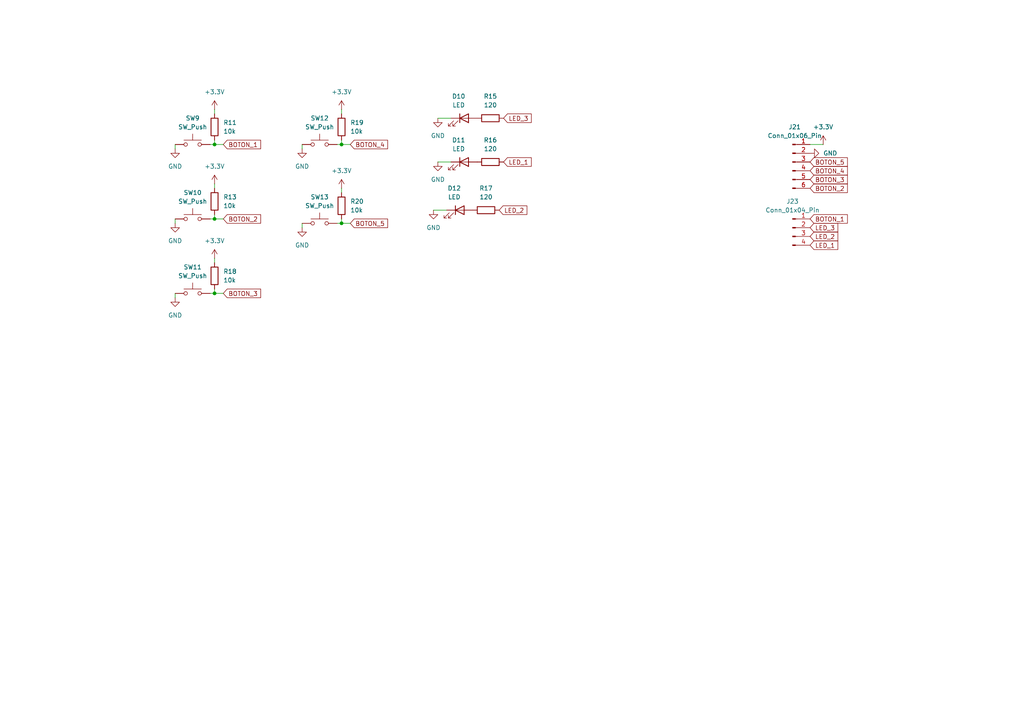
<source format=kicad_sch>
(kicad_sch (version 20250114) (generator "eeschema") (generator_version "9.0")
  (paper "A4")
  (lib_symbols
    (symbol "Connector:Conn_01x04_Pin" (pin_names (offset 1.016) (hide yes))
      (property "Reference" "J" (at 0 5.08 0))
      (property "Value" "Conn_01x04_Pin" (at 0 -7.62 0))
      (symbol "Conn_01x04_Pin_1_1"
        (rectangle (start 0.8636 2.667) (end 0 2.413) (stroke (width 0.1524)) (fill (type outline)))
        (rectangle (start 0.8636 0.127) (end 0 -0.127) (stroke (width 0.1524)) (fill (type outline)))
        (rectangle (start 0.8636 -2.413) (end 0 -2.667) (stroke (width 0.1524)) (fill (type outline)))
        (rectangle (start 0.8636 -4.953) (end 0 -5.207) (stroke (width 0.1524)) (fill (type outline)))
        (polyline (pts (xy 1.27 2.54) (xy 0.8636 2.54)) (stroke (width 0.1524)))
        (polyline (pts (xy 1.27 0) (xy 0.8636 0)) (stroke (width 0.1524)))
        (polyline (pts (xy 1.27 -2.54) (xy 0.8636 -2.54)) (stroke (width 0.1524)))
        (polyline (pts (xy 1.27 -5.08) (xy 0.8636 -5.08)) (stroke (width 0.1524)))
        (pin passive line (at 5.08 2.54 180) (length 3.81) (name "Pin_1") (number "1"))
        (pin passive line (at 5.08 0 180) (length 3.81) (name "Pin_2") (number "2"))
        (pin passive line (at 5.08 -2.54 180) (length 3.81) (name "Pin_3") (number "3"))
        (pin passive line (at 5.08 -5.08 180) (length 3.81) (name "Pin_4") (number "4"))
      )
    )
    (symbol "Connector:Conn_01x06_Pin" (pin_names (offset 1.016) (hide yes))
      (property "Reference" "J" (at 0 7.62 0))
      (property "Value" "Conn_01x06_Pin" (at 0 -10.16 0))
      (symbol "Conn_01x06_Pin_1_1"
        (rectangle (start 0.8636 5.207) (end 0 4.953) (stroke (width 0.1524)) (fill (type outline)))
        (rectangle (start 0.8636 2.667) (end 0 2.413) (stroke (width 0.1524)) (fill (type outline)))
        (rectangle (start 0.8636 0.127) (end 0 -0.127) (stroke (width 0.1524)) (fill (type outline)))
        (rectangle (start 0.8636 -2.413) (end 0 -2.667) (stroke (width 0.1524)) (fill (type outline)))
        (rectangle (start 0.8636 -4.953) (end 0 -5.207) (stroke (width 0.1524)) (fill (type outline)))
        (rectangle (start 0.8636 -7.493) (end 0 -7.747) (stroke (width 0.1524)) (fill (type outline)))
        (polyline (pts (xy 1.27 5.08) (xy 0.8636 5.08)) (stroke (width 0.1524)))
        (polyline (pts (xy 1.27 2.54) (xy 0.8636 2.54)) (stroke (width 0.1524)))
        (polyline (pts (xy 1.27 0) (xy 0.8636 0)) (stroke (width 0.1524)))
        (polyline (pts (xy 1.27 -2.54) (xy 0.8636 -2.54)) (stroke (width 0.1524)))
        (polyline (pts (xy 1.27 -5.08) (xy 0.8636 -5.08)) (stroke (width 0.1524)))
        (polyline (pts (xy 1.27 -7.62) (xy 0.8636 -7.62)) (stroke (width 0.1524)))
        (pin passive line (at 5.08 5.08 180) (length 3.81) (name "Pin_1") (number "1"))
        (pin passive line (at 5.08 2.54 180) (length 3.81) (name "Pin_2") (number "2"))
        (pin passive line (at 5.08 0 180) (length 3.81) (name "Pin_3") (number "3"))
        (pin passive line (at 5.08 -2.54 180) (length 3.81) (name "Pin_4") (number "4"))
        (pin passive line (at 5.08 -5.08 180) (length 3.81) (name "Pin_5") (number "5"))
        (pin passive line (at 5.08 -7.62 180) (length 3.81) (name "Pin_6") (number "6"))
      )
    )
    (symbol "Device:LED" (pin_numbers (hide yes)) (pin_names (offset 1.016) (hide yes))
      (property "Reference" "D" (at 0 2.54 0))
      (property "Value" "LED" (at 0 -2.54 0))
      (symbol "LED_0_1"
        (polyline (pts (xy -3.048 -0.762) (xy -4.572 -2.286) (xy -3.81 -2.286) (xy -4.572 -2.286) (xy -4.572 -1.524)))
        (polyline (pts (xy -1.778 -0.762) (xy -3.302 -2.286) (xy -2.54 -2.286) (xy -3.302 -2.286) (xy -3.302 -1.524)))
        (polyline (pts (xy -1.27 0) (xy 1.27 0)))
        (polyline (pts (xy -1.27 -1.27) (xy -1.27 1.27)) (stroke (width 0.254)))
        (polyline (pts (xy 1.27 -1.27) (xy 1.27 1.27) (xy -1.27 0) (xy 1.27 -1.27)) (stroke (width 0.254)))
      )
      (symbol "LED_1_1"
        (pin passive line (at -3.81 0 0) (length 2.54) (name "K") (number "1"))
        (pin passive line (at 3.81 0 180) (length 2.54) (name "A") (number "2"))
      )
    )
    (symbol "Device:R" (pin_numbers (hide yes)) (pin_names (offset 0))
      (property "Reference" "R" (at 2.032 0 90))
      (property "Value" "R" (at 0 0 90))
      (symbol "R_0_1"
        (rectangle (start -1.016 -2.54) (end 1.016 2.54) (stroke (width 0.254)))
      )
      (symbol "R_1_1"
        (pin passive line (at 0 3.81 270) (length 1.27) (name "~") (number "1"))
        (pin passive line (at 0 -3.81 90) (length 1.27) (name "~") (number "2"))
      )
    )
    (symbol "Switch:SW_Push" (pin_numbers (hide yes)) (pin_names (offset 1.016) (hide yes))
      (property "Reference" "SW" (at 1.27 2.54 0))
      (property "Value" "SW_Push" (at 0 -1.524 0))
      (symbol "SW_Push_0_1"
        (circle (center -2.032 0) (radius 0.508))
        (polyline (pts (xy 0 1.27) (xy 0 3.048)))
        (circle (center 2.032 0) (radius 0.508))
        (polyline (pts (xy 2.54 1.27) (xy -2.54 1.27)))
        (pin passive line (at -5.08 0 0) (length 2.54) (name "1") (number "1"))
        (pin passive line (at 5.08 0 180) (length 2.54) (name "2") (number "2"))
      )
    )
    (symbol "power:+3.3V" (power) (pin_numbers (hide yes)) (pin_names (offset 0) (hide yes))
      (property "Value" "+3.3V" (at 0 3.556 0))
      (symbol "+3.3V_0_1"
        (polyline (pts (xy -0.762 1.27) (xy 0 2.54)))
        (polyline (pts (xy 0 2.54) (xy 0.762 1.27)))
        (polyline (pts (xy 0 0) (xy 0 2.54)))
      )
      (symbol "+3.3V_1_1"
        (pin power_in line (at 0 0 90) (length 0) (name "~") (number "1"))
      )
    )
    (symbol "power:GND" (power) (pin_numbers (hide yes)) (pin_names (offset 0) (hide yes))
      (property "Value" "GND" (at 0 -3.81 0))
      (symbol "GND_0_1"
        (polyline (pts (xy 0 0) (xy 0 -1.27) (xy 1.27 -1.27) (xy 0 -2.54) (xy -1.27 -1.27) (xy 0 -1.27)))
      )
      (symbol "GND_1_1"
        (pin power_in line (at 0 0 270) (length 0) (name "~") (number "1"))
      )
    )
  )
  (junction (at 99.06 41.91))
  (junction (at 62.23 85.09))
  (junction (at 62.23 41.91))
  (junction (at 99.06 64.77))
  (junction (at 62.23 63.5))
  (wire (pts (xy 99.06 40.64) (xy 99.06 41.91)))
  (wire (pts (xy 50.8 86.36) (xy 50.8 85.09)))
  (wire (pts (xy 62.23 83.82) (xy 62.23 85.09)))
  (wire (pts (xy 50.8 64.77) (xy 50.8 63.5)))
  (wire (pts (xy 127 34.29) (xy 130.81 34.29)))
  (wire (pts (xy 87.63 43.18) (xy 87.63 41.91)))
  (wire (pts (xy 127 46.99) (xy 130.81 46.99)))
  (wire (pts (xy 64.77 41.91) (xy 62.23 41.91)))
  (wire (pts (xy 64.77 85.09) (xy 62.23 85.09)))
  (wire (pts (xy 101.6 64.77) (xy 99.06 64.77)))
  (wire (pts (xy 62.23 53.34) (xy 62.23 54.61)))
  (wire (pts (xy 87.63 66.04) (xy 87.63 64.77)))
  (wire (pts (xy 62.23 31.75) (xy 62.23 33.02)))
  (wire (pts (xy 62.23 74.93) (xy 62.23 76.2)))
  (wire (pts (xy 99.06 54.61) (xy 99.06 55.88)))
  (wire (pts (xy 62.23 62.23) (xy 62.23 63.5)))
  (wire (pts (xy 234.95 41.91) (xy 238.76 41.91)))
  (wire (pts (xy 60.96 41.91) (xy 62.23 41.91)))
  (wire (pts (xy 62.23 40.64) (xy 62.23 41.91)))
  (wire (pts (xy 99.06 31.75) (xy 99.06 33.02)))
  (wire (pts (xy 60.96 85.09) (xy 62.23 85.09)))
  (wire (pts (xy 97.79 41.91) (xy 99.06 41.91)))
  (wire (pts (xy 101.6 41.91) (xy 99.06 41.91)))
  (wire (pts (xy 50.8 43.18) (xy 50.8 41.91)))
  (wire (pts (xy 97.79 64.77) (xy 99.06 64.77)))
  (wire (pts (xy 60.96 63.5) (xy 62.23 63.5)))
  (wire (pts (xy 99.06 63.5) (xy 99.06 64.77)))
  (wire (pts (xy 125.73 60.96) (xy 129.54 60.96)))
  (wire (pts (xy 64.77 63.5) (xy 62.23 63.5)))
  (global_label "LED_2" (shape input) (at 144.78 60.96 0) (property "Intersheetrefs" "${INTERSHEET_REFS}" (effects (hide yes))))
  (global_label "BOTON_2" (shape input) (at 234.95 54.61 0) (property "Intersheetrefs" "${INTERSHEET_REFS}" (effects (hide yes))))
  (global_label "LED_3" (shape input) (at 146.05 34.29 0) (property "Intersheetrefs" "${INTERSHEET_REFS}" (effects (hide yes))))
  (global_label "LED_2" (shape input) (at 234.95 68.58 0) (property "Intersheetrefs" "${INTERSHEET_REFS}" (effects (hide yes))))
  (global_label "BOTON_4" (shape input) (at 101.6 41.91 0) (property "Intersheetrefs" "${INTERSHEET_REFS}" (effects (hide yes))))
  (global_label "BOTON_5" (shape input) (at 101.6 64.77 0) (property "Intersheetrefs" "${INTERSHEET_REFS}" (effects (hide yes))))
  (global_label "LED_1" (shape input) (at 234.95 71.12 0) (property "Intersheetrefs" "${INTERSHEET_REFS}" (effects (hide yes))))
  (global_label "BOTON_1" (shape input) (at 64.77 41.91 0) (property "Intersheetrefs" "${INTERSHEET_REFS}" (effects (hide yes))))
  (global_label "BOTON_3" (shape input) (at 64.77 85.09 0) (property "Intersheetrefs" "${INTERSHEET_REFS}" (effects (hide yes))))
  (global_label "LED_1" (shape input) (at 146.05 46.99 0) (property "Intersheetrefs" "${INTERSHEET_REFS}" (effects (hide yes))))
  (global_label "BOTON_3" (shape input) (at 234.95 52.07 0) (property "Intersheetrefs" "${INTERSHEET_REFS}" (effects (hide yes))))
  (global_label "BOTON_4" (shape input) (at 234.95 49.53 0) (property "Intersheetrefs" "${INTERSHEET_REFS}" (effects (hide yes))))
  (global_label "LED_3" (shape input) (at 234.95 66.04 0) (property "Intersheetrefs" "${INTERSHEET_REFS}" (effects (hide yes))))
  (global_label "BOTON_2" (shape input) (at 64.77 63.5 0) (property "Intersheetrefs" "${INTERSHEET_REFS}" (effects (hide yes))))
  (global_label "BOTON_5" (shape input) (at 234.95 46.99 0) (property "Intersheetrefs" "${INTERSHEET_REFS}" (effects (hide yes))))
  (global_label "BOTON_1" (shape input) (at 234.95 63.5 0) (property "Intersheetrefs" "${INTERSHEET_REFS}" (effects (hide yes))))
  (symbol (lib_id "power:GND") (at 87.63 43.18 0) (unit 1)
    (property "Reference" "#PWR08" (effects (hide yes)))
    (property "Value" "GND" (at 87.63 48.26 0))
    (property "Description" "Power symbol creates a global label with name \"GND\" , ground" (effects (hide yes)))
  )
  (symbol (lib_id "Switch:SW_Push") (at 92.71 64.77 0) (unit 1)
    (property "Reference" "SW13" (at 92.71 57.15 0))
    (property "Value" "SW_Push" (at 92.71 59.69 0))
    (property "Footprint" "Button_Switch_THT:SW_PUSH_6mm" (effects (hide yes)))
    (property "Description" "Push button switch, generic, two pins" (effects (hide yes)))
  )
  (symbol (lib_id "power:+3.3V") (at 62.23 74.93 0) (unit 1)
    (property "Reference" "#PWR042" (effects (hide yes)))
    (property "Value" "+3.3V" (at 62.23 69.85 0))
    (property "Description" "Power symbol creates a global label with name \"+3.3V\"" (effects (hide yes)))
  )
  (symbol (lib_id "power:GND") (at 87.63 66.04 0) (unit 1)
    (property "Reference" "#PWR034" (effects (hide yes)))
    (property "Value" "GND" (at 87.63 71.12 0))
    (property "Description" "Power symbol creates a global label with name \"GND\" , ground" (effects (hide yes)))
  )
  (symbol (lib_id "Device:LED") (at 133.35 60.96 0) (unit 1)
    (property "Reference" "D12" (at 131.7625 54.61 0))
    (property "Value" "LED" (at 131.7625 57.15 0))
    (property "Footprint" "LED_THT:LED_D5.0mm" (effects (hide yes)))
    (property "Description" "Light emitting diode" (effects (hide yes)))
    (property "Sim.Pins" "1=K 2=A" (effects (hide yes)))
  )
  (symbol (lib_id "Switch:SW_Push") (at 55.88 85.09 0) (unit 1)
    (property "Reference" "SW11" (at 55.88 77.47 0))
    (property "Value" "SW_Push" (at 55.88 80.01 0))
    (property "Footprint" "Button_Switch_THT:SW_PUSH_6mm" (effects (hide yes)))
    (property "Description" "Push button switch, generic, two pins" (effects (hide yes)))
  )
  (symbol (lib_id "power:GND") (at 50.8 43.18 0) (unit 1)
    (property "Reference" "#PWR04" (effects (hide yes)))
    (property "Value" "GND" (at 50.8 48.26 0))
    (property "Description" "Power symbol creates a global label with name \"GND\" , ground" (effects (hide yes)))
  )
  (symbol (lib_id "power:GND") (at 234.95 44.45 90) (unit 1)
    (property "Reference" "#PWR021" (effects (hide yes)))
    (property "Value" "GND" (at 238.76 44.4499 90) (effects (justify right)))
    (property "Description" "Power symbol creates a global label with name \"GND\" , ground" (effects (hide yes)))
  )
  (symbol (lib_id "Connector:Conn_01x04_Pin") (at 229.87 66.04 0) (unit 1)
    (property "Reference" "J23" (at 229.87 58.42 0))
    (property "Value" "Conn_01x04_Pin" (at 229.87 60.96 0))
    (property "Footprint" "Connector_Molex:Molex_KK-254_AE-6410-04A_1x04_P2.54mm_Vertical" (effects (hide yes)))
    (property "Description" "Generic connector, single row, 01x04, script generated" (effects (hide yes)))
  )
  (symbol (lib_id "power:GND") (at 50.8 86.36 0) (unit 1)
    (property "Reference" "#PWR07" (effects (hide yes)))
    (property "Value" "GND" (at 50.8 91.44 0))
    (property "Description" "Power symbol creates a global label with name \"GND\" , ground" (effects (hide yes)))
  )
  (symbol (lib_id "power:GND") (at 127 46.99 0) (unit 1)
    (property "Reference" "#PWR023" (effects (hide yes)))
    (property "Value" "GND" (at 127 52.07 0))
    (property "Description" "Power symbol creates a global label with name \"GND\" , ground" (effects (hide yes)))
  )
  (symbol (lib_id "Device:LED") (at 134.62 34.29 0) (unit 1)
    (property "Reference" "D10" (at 133.0325 27.94 0))
    (property "Value" "LED" (at 133.0325 30.48 0))
    (property "Footprint" "LED_THT:LED_D5.0mm" (effects (hide yes)))
    (property "Description" "Light emitting diode" (effects (hide yes)))
    (property "Sim.Pins" "1=K 2=A" (effects (hide yes)))
  )
  (symbol (lib_id "power:GND") (at 50.8 64.77 0) (unit 1)
    (property "Reference" "#PWR06" (effects (hide yes)))
    (property "Value" "GND" (at 50.8 69.85 0))
    (property "Description" "Power symbol creates a global label with name \"GND\" , ground" (effects (hide yes)))
  )
  (symbol (lib_id "power:+3.3V") (at 62.23 53.34 0) (unit 1)
    (property "Reference" "#PWR041" (effects (hide yes)))
    (property "Value" "+3.3V" (at 62.23 48.26 0))
    (property "Description" "Power symbol creates a global label with name \"+3.3V\"" (effects (hide yes)))
  )
  (symbol (lib_id "Connector:Conn_01x06_Pin") (at 229.87 46.99 0) (unit 1)
    (property "Reference" "J21" (at 230.505 36.83 0))
    (property "Value" "Conn_01x06_Pin" (at 230.505 39.37 0))
    (property "Footprint" "Connector_Molex:Molex_KK-254_AE-6410-06A_1x06_P2.54mm_Vertical" (effects (hide yes)))
    (property "Description" "Generic connector, single row, 01x06, script generated" (effects (hide yes)))
  )
  (symbol (lib_id "Device:R") (at 62.23 58.42 0) (unit 1)
    (property "Reference" "R13" (at 64.77 57.1499 0) (effects (justify left)))
    (property "Value" "10k" (at 64.77 59.6899 0) (effects (justify left)))
    (property "Footprint" "Resistor_THT:R_Axial_DIN0207_L6.3mm_D2.5mm_P7.62mm_Horizontal" (effects (hide yes)))
    (property "Description" "Resistor" (effects (hide yes)))
  )
  (symbol (lib_id "power:GND") (at 125.73 60.96 0) (unit 1)
    (property "Reference" "#PWR033" (effects (hide yes)))
    (property "Value" "GND" (at 125.73 66.04 0))
    (property "Description" "Power symbol creates a global label with name \"GND\" , ground" (effects (hide yes)))
  )
  (symbol (lib_id "power:+3.3V") (at 99.06 31.75 0) (unit 1)
    (property "Reference" "#PWR043" (effects (hide yes)))
    (property "Value" "+3.3V" (at 99.06 26.67 0))
    (property "Description" "Power symbol creates a global label with name \"+3.3V\"" (effects (hide yes)))
  )
  (symbol (lib_id "power:GND") (at 127 34.29 0) (unit 1)
    (property "Reference" "#PWR022" (effects (hide yes)))
    (property "Value" "GND" (at 127 39.37 0))
    (property "Description" "Power symbol creates a global label with name \"GND\" , ground" (effects (hide yes)))
  )
  (symbol (lib_id "Device:R") (at 99.06 36.83 0) (unit 1)
    (property "Reference" "R19" (at 101.6 35.5599 0) (effects (justify left)))
    (property "Value" "10k" (at 101.6 38.0999 0) (effects (justify left)))
    (property "Footprint" "Resistor_THT:R_Axial_DIN0207_L6.3mm_D2.5mm_P7.62mm_Horizontal" (effects (hide yes)))
    (property "Description" "Resistor" (effects (hide yes)))
  )
  (symbol (lib_id "Device:R") (at 140.97 60.96 90) (unit 1)
    (property "Reference" "R17" (at 140.97 54.61 90))
    (property "Value" "120" (at 140.97 57.15 90))
    (property "Footprint" "Resistor_THT:R_Axial_DIN0207_L6.3mm_D2.5mm_P7.62mm_Horizontal" (effects (hide yes)))
    (property "Description" "Resistor" (effects (hide yes)))
  )
  (symbol (lib_id "Device:R") (at 62.23 36.83 0) (unit 1)
    (property "Reference" "R11" (at 64.77 35.5599 0) (effects (justify left)))
    (property "Value" "10k" (at 64.77 38.0999 0) (effects (justify left)))
    (property "Footprint" "Resistor_THT:R_Axial_DIN0207_L6.3mm_D2.5mm_P7.62mm_Horizontal" (effects (hide yes)))
    (property "Description" "Resistor" (effects (hide yes)))
  )
  (symbol (lib_id "Switch:SW_Push") (at 55.88 63.5 0) (unit 1)
    (property "Reference" "SW10" (at 55.88 55.88 0))
    (property "Value" "SW_Push" (at 55.88 58.42 0))
    (property "Footprint" "Button_Switch_THT:SW_PUSH_6mm" (effects (hide yes)))
    (property "Description" "Push button switch, generic, two pins" (effects (hide yes)))
  )
  (symbol (lib_id "Switch:SW_Push") (at 92.71 41.91 0) (unit 1)
    (property "Reference" "SW12" (at 92.71 34.29 0))
    (property "Value" "SW_Push" (at 92.71 36.83 0))
    (property "Footprint" "Button_Switch_THT:SW_PUSH_6mm" (effects (hide yes)))
    (property "Description" "Push button switch, generic, two pins" (effects (hide yes)))
  )
  (symbol (lib_id "Device:LED") (at 134.62 46.99 0) (unit 1)
    (property "Reference" "D11" (at 133.0325 40.64 0))
    (property "Value" "LED" (at 133.0325 43.18 0))
    (property "Footprint" "LED_THT:LED_D5.0mm" (effects (hide yes)))
    (property "Description" "Light emitting diode" (effects (hide yes)))
    (property "Sim.Pins" "1=K 2=A" (effects (hide yes)))
  )
  (symbol (lib_id "Device:R") (at 62.23 80.01 0) (unit 1)
    (property "Reference" "R18" (at 64.77 78.7399 0) (effects (justify left)))
    (property "Value" "10k" (at 64.77 81.2799 0) (effects (justify left)))
    (property "Footprint" "Resistor_THT:R_Axial_DIN0207_L6.3mm_D2.5mm_P7.62mm_Horizontal" (effects (hide yes)))
    (property "Description" "Resistor" (effects (hide yes)))
  )
  (symbol (lib_id "Device:R") (at 142.24 34.29 90) (unit 1)
    (property "Reference" "R15" (at 142.24 27.94 90))
    (property "Value" "120" (at 142.24 30.48 90))
    (property "Footprint" "Resistor_THT:R_Axial_DIN0207_L6.3mm_D2.5mm_P7.62mm_Horizontal" (effects (hide yes)))
    (property "Description" "Resistor" (effects (hide yes)))
  )
  (symbol (lib_id "Switch:SW_Push") (at 55.88 41.91 0) (unit 1)
    (property "Reference" "SW9" (at 55.88 34.29 0))
    (property "Value" "SW_Push" (at 55.88 36.83 0))
    (property "Footprint" "Button_Switch_THT:SW_PUSH_6mm" (effects (hide yes)))
    (property "Description" "Push button switch, generic, two pins" (effects (hide yes)))
  )
  (symbol (lib_id "Device:R") (at 99.06 59.69 0) (unit 1)
    (property "Reference" "R20" (at 101.6 58.4199 0) (effects (justify left)))
    (property "Value" "10k" (at 101.6 60.9599 0) (effects (justify left)))
    (property "Footprint" "Resistor_THT:R_Axial_DIN0207_L6.3mm_D2.5mm_P7.62mm_Horizontal" (effects (hide yes)))
    (property "Description" "Resistor" (effects (hide yes)))
  )
  (symbol (lib_id "Device:R") (at 142.24 46.99 90) (unit 1)
    (property "Reference" "R16" (at 142.24 40.64 90))
    (property "Value" "120" (at 142.24 43.18 90))
    (property "Footprint" "Resistor_THT:R_Axial_DIN0207_L6.3mm_D2.5mm_P7.62mm_Horizontal" (effects (hide yes)))
    (property "Description" "Resistor" (effects (hide yes)))
  )
  (symbol (lib_id "power:+3.3V") (at 62.23 31.75 0) (unit 1)
    (property "Reference" "#PWR040" (effects (hide yes)))
    (property "Value" "+3.3V" (at 62.23 26.67 0))
    (property "Description" "Power symbol creates a global label with name \"+3.3V\"" (effects (hide yes)))
  )
  (symbol (lib_id "power:+3.3V") (at 238.76 41.91 0) (unit 1)
    (property "Reference" "#PWR062" (effects (hide yes)))
    (property "Value" "+3.3V" (at 238.76 36.83 0))
    (property "Description" "Power symbol creates a global label with name \"+3.3V\"" (effects (hide yes)))
  )
  (symbol (lib_id "power:+3.3V") (at 99.06 54.61 0) (unit 1)
    (property "Reference" "#PWR044" (effects (hide yes)))
    (property "Value" "+3.3V" (at 99.06 49.53 0))
    (property "Description" "Power symbol creates a global label with name \"+3.3V\"" (effects (hide yes)))
  )
)
</source>
